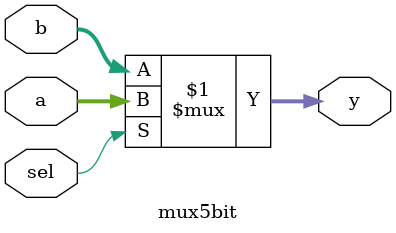
<source format=v>
`timescale 1ns / 1ps

module mux5bit(
    output [4:0] y,
    input [4:0] a,
    input [4:0] b,
    input sel
);
    assign y = sel ? a : b;
endmodule

</source>
